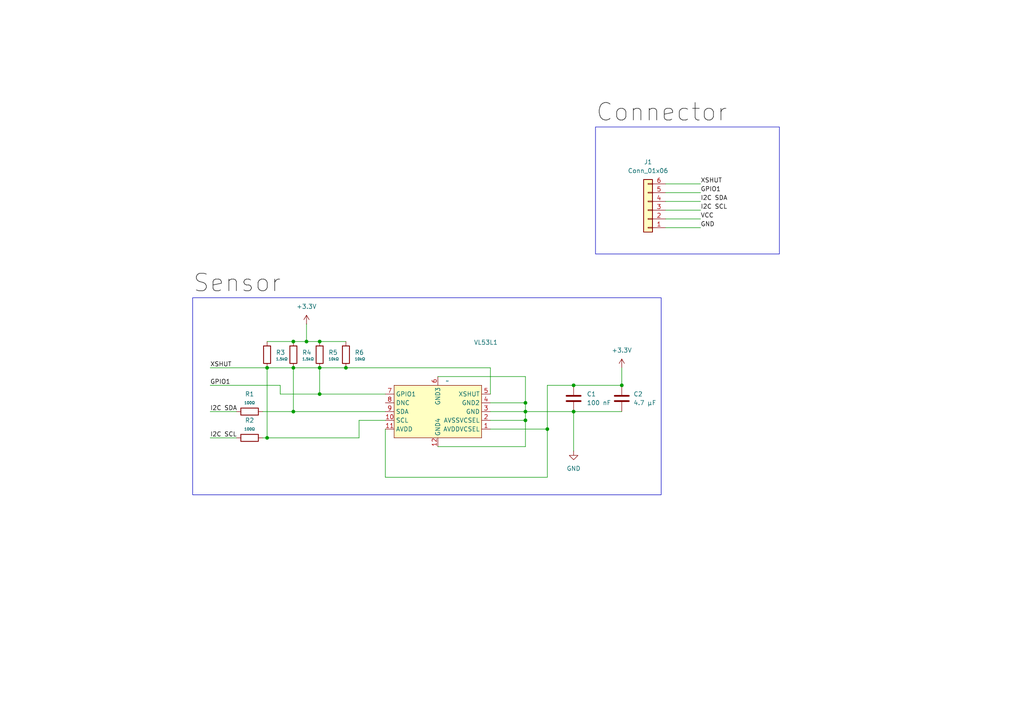
<source format=kicad_sch>
(kicad_sch (version 20231120) (generator "eeschema") (generator_version "8.0")
  (paper "A4")
  (lib_symbols
    (symbol "Connector_Generic:Conn_01x06" (pin_names (offset 1.016) hide)
      (property "Reference" "J" (at 0 7.62 0))
      (property "Value" "Conn_01x06" (at 0 -10.16 0))
      (symbol "Conn_01x06_1_1"
        (rectangle (start -1.27 -7.493) (end 0 -7.747) (stroke (width 0.1524)))
        (rectangle (start -1.27 -4.953) (end 0 -5.207) (stroke (width 0.1524)))
        (rectangle (start -1.27 -2.413) (end 0 -2.667) (stroke (width 0.1524)))
        (rectangle (start -1.27 0.127) (end 0 -0.127) (stroke (width 0.1524)))
        (rectangle (start -1.27 2.667) (end 0 2.413) (stroke (width 0.1524)))
        (rectangle (start -1.27 5.207) (end 0 4.953) (stroke (width 0.1524)))
        (rectangle (start -1.27 6.35) (end 1.27 -8.89) (stroke (width 0.254)) (fill (type background)))
        (pin passive line (at -5.08 5.08 0) (length 3.81) (name "Pin_1") (number "1"))
        (pin passive line (at -5.08 2.54 0) (length 3.81) (name "Pin_2") (number "2"))
        (pin passive line (at -5.08 0 0) (length 3.81) (name "Pin_3") (number "3"))
        (pin passive line (at -5.08 -2.54 0) (length 3.81) (name "Pin_4") (number "4"))
        (pin passive line (at -5.08 -5.08 0) (length 3.81) (name "Pin_5") (number "5"))
        (pin passive line (at -5.08 -7.62 0) (length 3.81) (name "Pin_6") (number "6"))
      )
    )
    (symbol "Device:C" (pin_numbers hide) (pin_names (offset 0.254))
      (property "Reference" "C" (at 0.635 2.54 0))
      (property "Value" "C" (at 0.635 -2.54 0))
      (symbol "C_0_1"
        (polyline (pts (xy -2.032 -0.762) (xy 2.032 -0.762)) (stroke (width 0.508)))
        (polyline (pts (xy -2.032 0.762) (xy 2.032 0.762)) (stroke (width 0.508)))
      )
      (symbol "C_1_1"
        (pin passive line (at 0 3.81 270) (length 2.794) (name "~") (number "1"))
        (pin passive line (at 0 -3.81 90) (length 2.794) (name "~") (number "2"))
      )
    )
    (symbol "Device:R" (pin_numbers hide) (pin_names (offset 0))
      (property "Reference" "R" (at 2.032 0 90))
      (property "Value" "R" (at 0 0 90))
      (symbol "R_0_1"
        (rectangle (start -1.016 -2.54) (end 1.016 2.54) (stroke (width 0.254)))
      )
      (symbol "R_1_1"
        (pin passive line (at 0 3.81 270) (length 1.27) (name "~") (number "1"))
        (pin passive line (at 0 -3.81 90) (length 1.27) (name "~") (number "2"))
      )
    )
    (symbol "VCSEL:VL53L1_"
      (property "Reference" "VL53L1" (at -22.86 30.48 0))
      (symbol "VL53L1__1_1"
        (rectangle (start -12.7 7.62) (end 12.7 -7.62) (fill (type background)))
        (pin input line (at 15.24 -5.08 180) (length 2.54) (name "AVDDVCSEL") (number "1"))
        (pin input line (at -15.24 -2.54 0) (length 2.54) (name "SCL") (number "10"))
        (pin input line (at -15.24 -5.08 0) (length 2.54) (name "AVDD") (number "11"))
        (pin input line (at 0 -10.16 90) (length 2.54) (name "GND4") (number "12"))
        (pin input line (at 15.24 -2.54 180) (length 2.54) (name "AVSSVCSEL") (number "2"))
        (pin input line (at 15.24 0 180) (length 2.54) (name "GND") (number "3"))
        (pin input line (at 15.24 2.54 180) (length 2.54) (name "GND2") (number "4"))
        (pin input line (at 15.24 5.08 180) (length 2.54) (name "XSHUT") (number "5"))
        (pin input line (at 0 10.16 270) (length 2.54) (name "GND3") (number "6"))
        (pin output line (at -15.24 5.08 0) (length 2.54) (name "GPIO1") (number "7"))
        (pin input line (at -15.24 2.54 0) (length 2.54) (name "DNC") (number "8"))
        (pin bidirectional line (at -15.24 0 0) (length 2.54) (name "SDA") (number "9"))
      )
    )
    (symbol "power:+3.3V" (power) (pin_numbers hide) (pin_names (offset 0) hide)
      (property "Value" "+3.3V" (at 0 3.556 0))
      (symbol "+3.3V_0_1"
        (polyline (pts (xy -0.762 1.27) (xy 0 2.54)))
        (polyline (pts (xy 0 0) (xy 0 2.54)))
        (polyline (pts (xy 0 2.54) (xy 0.762 1.27)))
      )
      (symbol "+3.3V_1_1"
        (pin power_in line (at 0 0 90) (length 0) (name "~") (number "1"))
      )
    )
    (symbol "power:GND" (power) (pin_numbers hide) (pin_names (offset 0) hide)
      (property "Value" "GND" (at 0 -3.81 0))
      (symbol "GND_0_1"
        (polyline (pts (xy 0 0) (xy 0 -1.27) (xy 1.27 -1.27) (xy 0 -2.54) (xy -1.27 -1.27) (xy 0 -1.27)))
      )
      (symbol "GND_1_1"
        (pin power_in line (at 0 0 270) (length 0) (name "~") (number "1"))
      )
    )
  )
  (junction (at 92.71 99.06))
  (junction (at 152.4 116.84))
  (junction (at 77.47 127))
  (junction (at 166.37 119.38))
  (junction (at 152.4 121.92))
  (junction (at 85.09 99.06))
  (junction (at 77.47 106.68))
  (junction (at 92.71 106.68))
  (junction (at 88.9 99.06))
  (junction (at 180.34 111.76))
  (junction (at 152.4 119.38))
  (junction (at 166.37 111.76))
  (junction (at 92.71 114.3))
  (junction (at 85.09 106.68))
  (junction (at 100.33 106.68))
  (junction (at 85.09 119.38))
  (junction (at 158.75 124.46))
  (wire (pts (xy 152.4 121.92) (xy 152.4 119.38)))
  (wire (pts (xy 152.4 119.38) (xy 166.37 119.38)))
  (wire (pts (xy 92.71 99.06) (xy 100.33 99.06)))
  (wire (pts (xy 76.2 119.38) (xy 85.09 119.38)))
  (wire (pts (xy 77.47 106.68) (xy 85.09 106.68)))
  (wire (pts (xy 127 129.54) (xy 152.4 129.54)))
  (wire (pts (xy 111.76 114.3) (xy 92.71 114.3)))
  (wire (pts (xy 142.24 114.3) (xy 142.24 106.68)))
  (wire (pts (xy 142.24 121.92) (xy 152.4 121.92)))
  (wire (pts (xy 111.76 119.38) (xy 85.09 119.38)))
  (wire (pts (xy 111.76 138.43) (xy 158.75 138.43)))
  (wire (pts (xy 127 109.22) (xy 152.4 109.22)))
  (wire (pts (xy 60.96 106.68) (xy 77.47 106.68)))
  (wire (pts (xy 166.37 119.38) (xy 180.34 119.38)))
  (wire (pts (xy 166.37 119.38) (xy 166.37 130.81)))
  (wire (pts (xy 158.75 124.46) (xy 158.75 111.76)))
  (wire (pts (xy 85.09 119.38) (xy 85.09 106.68)))
  (wire (pts (xy 111.76 124.46) (xy 111.76 138.43)))
  (wire (pts (xy 88.9 93.98) (xy 88.9 99.06)))
  (wire (pts (xy 158.75 138.43) (xy 158.75 124.46)))
  (wire (pts (xy 77.47 106.68) (xy 77.47 127)))
  (wire (pts (xy 60.96 119.38) (xy 68.58 119.38)))
  (wire (pts (xy 142.24 106.68) (xy 100.33 106.68)))
  (wire (pts (xy 92.71 114.3) (xy 81.28 114.3)))
  (wire (pts (xy 60.96 127) (xy 68.58 127)))
  (wire (pts (xy 193.04 58.42) (xy 203.2 58.42)))
  (wire (pts (xy 85.09 99.06) (xy 88.9 99.06)))
  (wire (pts (xy 104.14 121.92) (xy 104.14 127)))
  (wire (pts (xy 92.71 114.3) (xy 92.71 106.68)))
  (wire (pts (xy 193.04 53.34) (xy 203.2 53.34)))
  (wire (pts (xy 142.24 119.38) (xy 152.4 119.38)))
  (wire (pts (xy 104.14 127) (xy 77.47 127)))
  (wire (pts (xy 193.04 60.96) (xy 203.2 60.96)))
  (wire (pts (xy 92.71 106.68) (xy 100.33 106.68)))
  (wire (pts (xy 111.76 121.92) (xy 104.14 121.92)))
  (wire (pts (xy 85.09 106.68) (xy 92.71 106.68)))
  (wire (pts (xy 81.28 111.76) (xy 81.28 114.3)))
  (wire (pts (xy 76.2 127) (xy 77.47 127)))
  (wire (pts (xy 142.24 116.84) (xy 152.4 116.84)))
  (wire (pts (xy 180.34 106.68) (xy 180.34 111.76)))
  (wire (pts (xy 166.37 111.76) (xy 180.34 111.76)))
  (wire (pts (xy 193.04 63.5) (xy 203.2 63.5)))
  (wire (pts (xy 88.9 99.06) (xy 92.71 99.06)))
  (wire (pts (xy 193.04 66.04) (xy 203.2 66.04)))
  (wire (pts (xy 193.04 55.88) (xy 203.2 55.88)))
  (wire (pts (xy 152.4 109.22) (xy 152.4 116.84)))
  (wire (pts (xy 60.96 111.76) (xy 81.28 111.76)))
  (wire (pts (xy 142.24 124.46) (xy 158.75 124.46)))
  (wire (pts (xy 152.4 116.84) (xy 152.4 119.38)))
  (wire (pts (xy 77.47 99.06) (xy 85.09 99.06)))
  (wire (pts (xy 158.75 111.76) (xy 166.37 111.76)))
  (wire (pts (xy 152.4 129.54) (xy 152.4 121.92)))
  (rectangle (start 55.88 86.36) (end 191.77 143.51))
  (rectangle (start 172.72 36.83) (end 226.06 73.66))
  (label "XSHUT" (at 203.2 53.34 0))
  (label "I2C SDA" (at 60.96 119.38 0))
  (label "Connector" (at 172.72 36.83 0) (effects (font (size 5.08 5.08))))
  (label "GND" (at 203.2 66.04 0))
  (label "GPIO1" (at 60.96 111.76 0))
  (label "VCC" (at 203.2 63.5 0))
  (label "Sensor" (at 55.88 86.36 0) (effects (font (size 5.08 5.08))))
  (label "XSHUT" (at 60.96 106.68 0))
  (label "GPIO1" (at 203.2 55.88 0))
  (label "I2C SCL" (at 60.96 127 0))
  (label "I2C SDA" (at 203.2 58.42 0))
  (label "I2C SCL" (at 203.2 60.96 0))
  (symbol (lib_id "Device:R") (at 72.39 119.38 90) (unit 1)
    (property "Reference" "R1" (at 72.39 114.3 90))
    (property "Value" "100Ω" (at 72.39 116.84 90) (effects (font (size 0.762 0.762))))
    (property "Description" "Resistor" (effects (hide yes)))
  )
  (symbol (lib_id "Device:R") (at 92.71 102.87 0) (unit 1)
    (property "Reference" "R5" (at 95.25 102.2349 0) (effects (justify left)))
    (property "Value" "10kΩ" (at 95.25 104.14 0) (effects (font (size 0.762 0.762)) (justify left)))
    (property "Description" "Resistor" (effects (hide yes)))
  )
  (symbol (lib_id "Device:C") (at 166.37 115.57 0) (unit 1)
    (property "Reference" "C1" (at 170.18 114.2999 0) (effects (justify left)))
    (property "Value" "100 nF" (at 170.18 116.8399 0) (effects (justify left)))
    (property "Description" "Unpolarized capacitor" (effects (hide yes)))
  )
  (symbol (lib_id "power:+3.3V") (at 180.34 106.68 0) (unit 1)
    (property "Reference" "#PWR03" (effects (hide yes)))
    (property "Value" "+3.3V" (at 180.34 101.6 0))
    (property "Description" "Power symbol creates a global label with name \"+3.3V\"" (effects (hide yes)))
  )
  (symbol (lib_id "Connector_Generic:Conn_01x06") (at 187.96 60.96 180) (unit 1)
    (property "Reference" "J1" (at 187.96 46.99 0))
    (property "Value" "Conn_01x06" (at 187.96 49.53 0))
    (property "Description" "Generic connector, single row, 01x06, script generated (kicad-library-utils/schlib/autogen/connector/)" (effects (hide yes)))
  )
  (symbol (lib_id "power:+3.3V") (at 88.9 93.98 0) (unit 1)
    (property "Reference" "#PWR01" (effects (hide yes)))
    (property "Value" "+3.3V" (at 88.9 88.9 0))
    (property "Description" "Power symbol creates a global label with name \"+3.3V\"" (effects (hide yes)))
  )
  (symbol (lib_id "Device:R") (at 77.47 102.87 0) (unit 1)
    (property "Reference" "R3" (at 80.01 102.2349 0) (effects (justify left)))
    (property "Value" "1.5kΩ" (at 80.01 104.14 0) (effects (font (size 0.762 0.762)) (justify left)))
    (property "Description" "Resistor" (effects (hide yes)))
  )
  (symbol (lib_id "Device:R") (at 100.33 102.87 0) (unit 1)
    (property "Reference" "R6" (at 102.87 102.2349 0) (effects (justify left)))
    (property "Value" "10kΩ" (at 102.87 104.14 0) (effects (font (size 0.762 0.762)) (justify left)))
    (property "Description" "Resistor" (effects (hide yes)))
  )
  (symbol (lib_id "Device:R") (at 72.39 127 90) (unit 1)
    (property "Reference" "R2" (at 72.39 121.92 90))
    (property "Value" "100Ω" (at 72.39 124.46 90) (effects (font (size 0.762 0.762))))
    (property "Description" "Resistor" (effects (hide yes)))
  )
  (symbol (lib_id "Device:C") (at 180.34 115.57 0) (unit 1)
    (property "Reference" "C2" (at 183.7229 114.2999 0) (effects (justify left)))
    (property "Value" "4.7 μF" (at 183.7229 116.8399 0) (effects (justify left)))
    (property "Description" "Unpolarized capacitor" (effects (hide yes)))
  )
  (symbol (lib_id "power:GND") (at 166.37 130.81 0) (unit 1)
    (property "Reference" "#PWR02" (effects (hide yes)))
    (property "Value" "GND" (at 166.37 135.89 0))
    (property "Description" "Power symbol creates a global label with name \"GND\" , ground" (effects (hide yes)))
  )
  (symbol (lib_id "VCSEL:VL53L1_") (at 127 119.38 0) (unit 1)
    (property "Reference" "VL53L1" (at 137.414 99.314 0) (effects (justify left)))
    (property "Value" "~" (at 129.1941 110.49 0) (effects (justify left)))
  )
  (symbol (lib_id "Device:R") (at 85.09 102.87 0) (unit 1)
    (property "Reference" "R4" (at 87.63 102.2349 0) (effects (justify left)))
    (property "Value" "1.5kΩ" (at 87.63 104.14 0) (effects (font (size 0.762 0.762)) (justify left)))
    (property "Description" "Resistor" (effects (hide yes)))
  )
)
</source>
